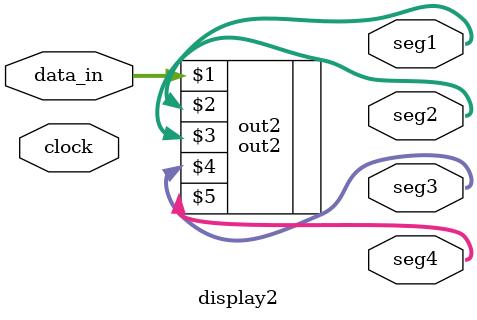
<source format=v>
module display2(clock, data_in,seg1,seg2,seg3,seg4);
	input clock;
	input [14:0] data_in;
	output [6:0] seg1;
	output [6:0] seg2;
	output [6:0] seg3;
	output [6:0] seg4;
	out2 out2(data_in,seg1,seg2, seg3, seg4);
endmodule
</source>
